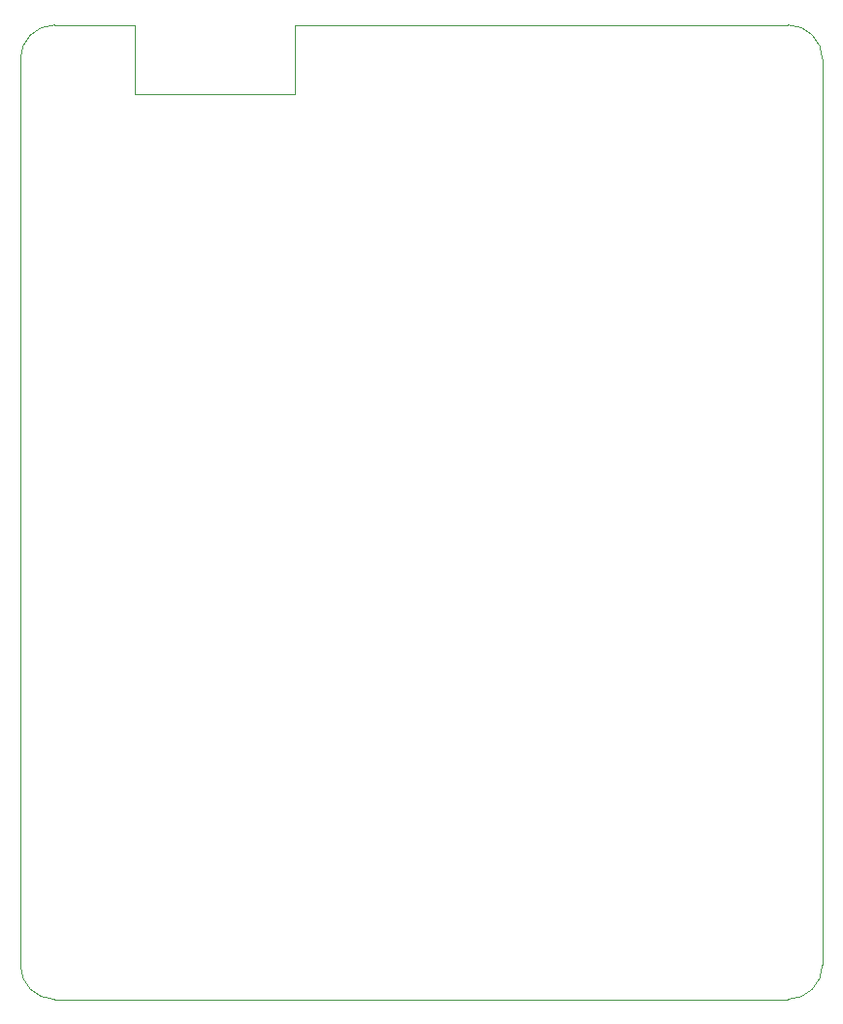
<source format=gbr>
G04 #@! TF.GenerationSoftware,KiCad,Pcbnew,(5.1.4)-1*
G04 #@! TF.CreationDate,2020-01-13T07:02:12+01:00*
G04 #@! TF.ProjectId,Skills,536b696c-6c73-42e6-9b69-6361645f7063,rev?*
G04 #@! TF.SameCoordinates,Original*
G04 #@! TF.FileFunction,Profile,NP*
%FSLAX46Y46*%
G04 Gerber Fmt 4.6, Leading zero omitted, Abs format (unit mm)*
G04 Created by KiCad (PCBNEW (5.1.4)-1) date 2020-01-13 07:02:12*
%MOMM*%
%LPD*%
G04 APERTURE LIST*
%ADD10C,0.050000*%
G04 APERTURE END LIST*
D10*
X72000000Y-50000000D02*
X115000000Y-50000000D01*
X72000000Y-56000000D02*
X72000000Y-50000000D01*
X58000000Y-56000000D02*
X72000000Y-56000000D01*
X58000000Y-50000000D02*
X58000000Y-56000000D01*
X51000000Y-50000000D02*
X58000000Y-50000000D01*
X51000000Y-135000000D02*
G75*
G02X48000000Y-132000000I0J3000000D01*
G01*
X118000000Y-132000000D02*
G75*
G02X115000000Y-135000000I-3000000J0D01*
G01*
X115000000Y-50000000D02*
G75*
G02X118000000Y-53000000I0J-3000000D01*
G01*
X48000000Y-53000000D02*
G75*
G02X51000000Y-50000000I3000000J0D01*
G01*
X118000000Y-132000000D02*
X118000000Y-53000000D01*
X51000000Y-135000000D02*
X115000000Y-135000000D01*
X48000000Y-53000000D02*
X48000000Y-132000000D01*
M02*

</source>
